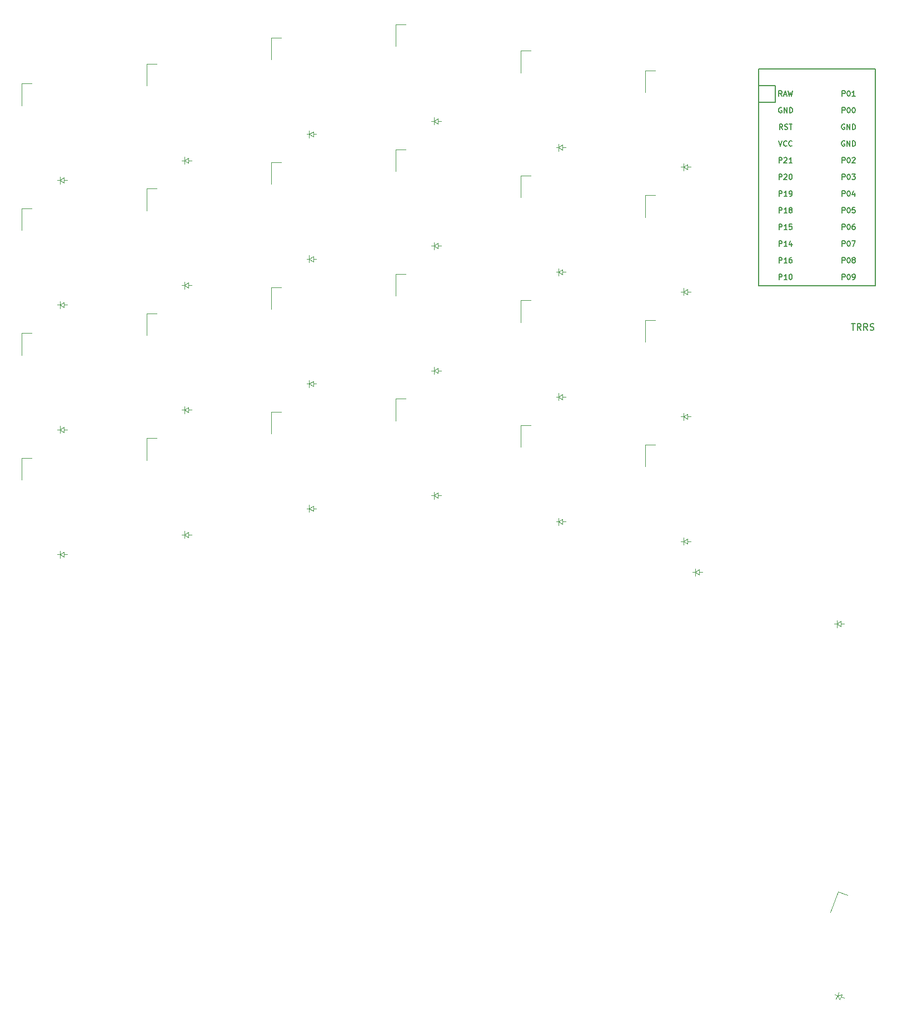
<source format=gbr>
%TF.GenerationSoftware,KiCad,Pcbnew,(6.0.8)*%
%TF.CreationDate,2022-12-10T14:26:34-07:00*%
%TF.ProjectId,scaarix_flow,73636161-7269-4785-9f66-6c6f772e6b69,v1.0.0*%
%TF.SameCoordinates,Original*%
%TF.FileFunction,Legend,Top*%
%TF.FilePolarity,Positive*%
%FSLAX46Y46*%
G04 Gerber Fmt 4.6, Leading zero omitted, Abs format (unit mm)*
G04 Created by KiCad (PCBNEW (6.0.8)) date 2022-12-10 14:26:34*
%MOMM*%
%LPD*%
G01*
G04 APERTURE LIST*
G04 Aperture macros list*
%AMRoundRect*
0 Rectangle with rounded corners*
0 $1 Rounding radius*
0 $2 $3 $4 $5 $6 $7 $8 $9 X,Y pos of 4 corners*
0 Add a 4 corners polygon primitive as box body*
4,1,4,$2,$3,$4,$5,$6,$7,$8,$9,$2,$3,0*
0 Add four circle primitives for the rounded corners*
1,1,$1+$1,$2,$3*
1,1,$1+$1,$4,$5*
1,1,$1+$1,$6,$7*
1,1,$1+$1,$8,$9*
0 Add four rect primitives between the rounded corners*
20,1,$1+$1,$2,$3,$4,$5,0*
20,1,$1+$1,$4,$5,$6,$7,0*
20,1,$1+$1,$6,$7,$8,$9,0*
20,1,$1+$1,$8,$9,$2,$3,0*%
%AMHorizOval*
0 Thick line with rounded ends*
0 $1 width*
0 $2 $3 position (X,Y) of the first rounded end (center of the circle)*
0 $4 $5 position (X,Y) of the second rounded end (center of the circle)*
0 Add line between two ends*
20,1,$1,$2,$3,$4,$5,0*
0 Add two circle primitives to create the rounded ends*
1,1,$1,$2,$3*
1,1,$1,$4,$5*%
%AMRotRect*
0 Rectangle, with rotation*
0 The origin of the aperture is its center*
0 $1 length*
0 $2 width*
0 $3 Rotation angle, in degrees counterclockwise*
0 Add horizontal line*
21,1,$1,$2,0,0,$3*%
G04 Aperture macros list end*
%ADD10C,0.150000*%
%ADD11C,0.120000*%
%ADD12C,0.100000*%
%ADD13R,1.752600X1.752600*%
%ADD14C,1.752600*%
%ADD15C,1.500000*%
%ADD16O,2.200000X1.600000*%
%ADD17C,3.987800*%
%ADD18C,1.701800*%
%ADD19C,2.350000*%
%ADD20HorizOval,2.350000X-0.713917X-1.431895X0.713917X1.431895X0*%
%ADD21HorizOval,2.350000X-0.713917X1.431895X0.713917X-1.431895X0*%
%ADD22C,1.905000*%
%ADD23R,0.900000X1.200000*%
%ADD24R,1.778000X1.778000*%
%ADD25C,3.048000*%
%ADD26RoundRect,0.254000X-0.607235X1.302220X-1.302220X-0.607235X0.607235X-1.302220X1.302220X0.607235X0*%
%ADD27HorizOval,2.350000X-1.179644X-1.080944X1.179644X1.080944X0*%
%ADD28HorizOval,2.350000X-0.153353X1.592634X0.153353X-1.592634X0*%
%ADD29C,2.200000*%
%ADD30RotRect,0.900000X1.200000X339.000000*%
%ADD31RotRect,1.778000X1.778000X339.000000*%
G04 APERTURE END LIST*
D10*
%TO.C, *%
X265616595Y-102463880D02*
X266188023Y-102463880D01*
X265902309Y-103463880D02*
X265902309Y-102463880D01*
X267092785Y-103463880D02*
X266759452Y-102987690D01*
X266521357Y-103463880D02*
X266521357Y-102463880D01*
X266902309Y-102463880D01*
X266997547Y-102511500D01*
X267045166Y-102559119D01*
X267092785Y-102654357D01*
X267092785Y-102797214D01*
X267045166Y-102892452D01*
X266997547Y-102940071D01*
X266902309Y-102987690D01*
X266521357Y-102987690D01*
X268092785Y-103463880D02*
X267759452Y-102987690D01*
X267521357Y-103463880D02*
X267521357Y-102463880D01*
X267902309Y-102463880D01*
X267997547Y-102511500D01*
X268045166Y-102559119D01*
X268092785Y-102654357D01*
X268092785Y-102797214D01*
X268045166Y-102892452D01*
X267997547Y-102940071D01*
X267902309Y-102987690D01*
X267521357Y-102987690D01*
X268473738Y-103416261D02*
X268616595Y-103463880D01*
X268854690Y-103463880D01*
X268949928Y-103416261D01*
X268997547Y-103368642D01*
X269045166Y-103273404D01*
X269045166Y-103178166D01*
X268997547Y-103082928D01*
X268949928Y-103035309D01*
X268854690Y-102987690D01*
X268664214Y-102940071D01*
X268568976Y-102892452D01*
X268521357Y-102844833D01*
X268473738Y-102749595D01*
X268473738Y-102654357D01*
X268521357Y-102559119D01*
X268568976Y-102511500D01*
X268664214Y-102463880D01*
X268902309Y-102463880D01*
X269045166Y-102511500D01*
%TO.C,MCU1*%
X264207071Y-88123404D02*
X264207071Y-87323404D01*
X264511833Y-87323404D01*
X264588023Y-87361500D01*
X264626119Y-87399595D01*
X264664214Y-87475785D01*
X264664214Y-87590071D01*
X264626119Y-87666261D01*
X264588023Y-87704357D01*
X264511833Y-87742452D01*
X264207071Y-87742452D01*
X265159452Y-87323404D02*
X265235642Y-87323404D01*
X265311833Y-87361500D01*
X265349928Y-87399595D01*
X265388023Y-87475785D01*
X265426119Y-87628166D01*
X265426119Y-87818642D01*
X265388023Y-87971023D01*
X265349928Y-88047214D01*
X265311833Y-88085309D01*
X265235642Y-88123404D01*
X265159452Y-88123404D01*
X265083261Y-88085309D01*
X265045166Y-88047214D01*
X265007071Y-87971023D01*
X264968976Y-87818642D01*
X264968976Y-87628166D01*
X265007071Y-87475785D01*
X265045166Y-87399595D01*
X265083261Y-87361500D01*
X265159452Y-87323404D01*
X266111833Y-87323404D02*
X265959452Y-87323404D01*
X265883261Y-87361500D01*
X265845166Y-87399595D01*
X265768976Y-87513880D01*
X265730880Y-87666261D01*
X265730880Y-87971023D01*
X265768976Y-88047214D01*
X265807071Y-88085309D01*
X265883261Y-88123404D01*
X266035642Y-88123404D01*
X266111833Y-88085309D01*
X266149928Y-88047214D01*
X266188023Y-87971023D01*
X266188023Y-87780547D01*
X266149928Y-87704357D01*
X266111833Y-87666261D01*
X266035642Y-87628166D01*
X265883261Y-87628166D01*
X265807071Y-87666261D01*
X265768976Y-87704357D01*
X265730880Y-87780547D01*
X255140404Y-72883404D02*
X254873738Y-72502452D01*
X254683261Y-72883404D02*
X254683261Y-72083404D01*
X254988023Y-72083404D01*
X255064214Y-72121500D01*
X255102309Y-72159595D01*
X255140404Y-72235785D01*
X255140404Y-72350071D01*
X255102309Y-72426261D01*
X255064214Y-72464357D01*
X254988023Y-72502452D01*
X254683261Y-72502452D01*
X255445166Y-72845309D02*
X255559452Y-72883404D01*
X255749928Y-72883404D01*
X255826119Y-72845309D01*
X255864214Y-72807214D01*
X255902309Y-72731023D01*
X255902309Y-72654833D01*
X255864214Y-72578642D01*
X255826119Y-72540547D01*
X255749928Y-72502452D01*
X255597547Y-72464357D01*
X255521357Y-72426261D01*
X255483261Y-72388166D01*
X255445166Y-72311976D01*
X255445166Y-72235785D01*
X255483261Y-72159595D01*
X255521357Y-72121500D01*
X255597547Y-72083404D01*
X255788023Y-72083404D01*
X255902309Y-72121500D01*
X256130880Y-72083404D02*
X256588023Y-72083404D01*
X256359452Y-72883404D02*
X256359452Y-72083404D01*
X264207071Y-67803404D02*
X264207071Y-67003404D01*
X264511833Y-67003404D01*
X264588023Y-67041500D01*
X264626119Y-67079595D01*
X264664214Y-67155785D01*
X264664214Y-67270071D01*
X264626119Y-67346261D01*
X264588023Y-67384357D01*
X264511833Y-67422452D01*
X264207071Y-67422452D01*
X265159452Y-67003404D02*
X265235642Y-67003404D01*
X265311833Y-67041500D01*
X265349928Y-67079595D01*
X265388023Y-67155785D01*
X265426119Y-67308166D01*
X265426119Y-67498642D01*
X265388023Y-67651023D01*
X265349928Y-67727214D01*
X265311833Y-67765309D01*
X265235642Y-67803404D01*
X265159452Y-67803404D01*
X265083261Y-67765309D01*
X265045166Y-67727214D01*
X265007071Y-67651023D01*
X264968976Y-67498642D01*
X264968976Y-67308166D01*
X265007071Y-67155785D01*
X265045166Y-67079595D01*
X265083261Y-67041500D01*
X265159452Y-67003404D01*
X266188023Y-67803404D02*
X265730880Y-67803404D01*
X265959452Y-67803404D02*
X265959452Y-67003404D01*
X265883261Y-67117690D01*
X265807071Y-67193880D01*
X265730880Y-67231976D01*
X254607071Y-77963404D02*
X254607071Y-77163404D01*
X254911833Y-77163404D01*
X254988023Y-77201500D01*
X255026119Y-77239595D01*
X255064214Y-77315785D01*
X255064214Y-77430071D01*
X255026119Y-77506261D01*
X254988023Y-77544357D01*
X254911833Y-77582452D01*
X254607071Y-77582452D01*
X255368976Y-77239595D02*
X255407071Y-77201500D01*
X255483261Y-77163404D01*
X255673738Y-77163404D01*
X255749928Y-77201500D01*
X255788023Y-77239595D01*
X255826119Y-77315785D01*
X255826119Y-77391976D01*
X255788023Y-77506261D01*
X255330880Y-77963404D01*
X255826119Y-77963404D01*
X256588023Y-77963404D02*
X256130880Y-77963404D01*
X256359452Y-77963404D02*
X256359452Y-77163404D01*
X256283261Y-77277690D01*
X256207071Y-77353880D01*
X256130880Y-77391976D01*
X264568976Y-72121500D02*
X264492785Y-72083404D01*
X264378500Y-72083404D01*
X264264214Y-72121500D01*
X264188023Y-72197690D01*
X264149928Y-72273880D01*
X264111833Y-72426261D01*
X264111833Y-72540547D01*
X264149928Y-72692928D01*
X264188023Y-72769119D01*
X264264214Y-72845309D01*
X264378500Y-72883404D01*
X264454690Y-72883404D01*
X264568976Y-72845309D01*
X264607071Y-72807214D01*
X264607071Y-72540547D01*
X264454690Y-72540547D01*
X264949928Y-72883404D02*
X264949928Y-72083404D01*
X265407071Y-72883404D01*
X265407071Y-72083404D01*
X265788023Y-72883404D02*
X265788023Y-72083404D01*
X265978500Y-72083404D01*
X266092785Y-72121500D01*
X266168976Y-72197690D01*
X266207071Y-72273880D01*
X266245166Y-72426261D01*
X266245166Y-72540547D01*
X266207071Y-72692928D01*
X266168976Y-72769119D01*
X266092785Y-72845309D01*
X265978500Y-72883404D01*
X265788023Y-72883404D01*
X264207071Y-83043404D02*
X264207071Y-82243404D01*
X264511833Y-82243404D01*
X264588023Y-82281500D01*
X264626119Y-82319595D01*
X264664214Y-82395785D01*
X264664214Y-82510071D01*
X264626119Y-82586261D01*
X264588023Y-82624357D01*
X264511833Y-82662452D01*
X264207071Y-82662452D01*
X265159452Y-82243404D02*
X265235642Y-82243404D01*
X265311833Y-82281500D01*
X265349928Y-82319595D01*
X265388023Y-82395785D01*
X265426119Y-82548166D01*
X265426119Y-82738642D01*
X265388023Y-82891023D01*
X265349928Y-82967214D01*
X265311833Y-83005309D01*
X265235642Y-83043404D01*
X265159452Y-83043404D01*
X265083261Y-83005309D01*
X265045166Y-82967214D01*
X265007071Y-82891023D01*
X264968976Y-82738642D01*
X264968976Y-82548166D01*
X265007071Y-82395785D01*
X265045166Y-82319595D01*
X265083261Y-82281500D01*
X265159452Y-82243404D01*
X266111833Y-82510071D02*
X266111833Y-83043404D01*
X265921357Y-82205309D02*
X265730880Y-82776738D01*
X266226119Y-82776738D01*
X254968976Y-69581500D02*
X254892785Y-69543404D01*
X254778500Y-69543404D01*
X254664214Y-69581500D01*
X254588023Y-69657690D01*
X254549928Y-69733880D01*
X254511833Y-69886261D01*
X254511833Y-70000547D01*
X254549928Y-70152928D01*
X254588023Y-70229119D01*
X254664214Y-70305309D01*
X254778500Y-70343404D01*
X254854690Y-70343404D01*
X254968976Y-70305309D01*
X255007071Y-70267214D01*
X255007071Y-70000547D01*
X254854690Y-70000547D01*
X255349928Y-70343404D02*
X255349928Y-69543404D01*
X255807071Y-70343404D01*
X255807071Y-69543404D01*
X256188023Y-70343404D02*
X256188023Y-69543404D01*
X256378500Y-69543404D01*
X256492785Y-69581500D01*
X256568976Y-69657690D01*
X256607071Y-69733880D01*
X256645166Y-69886261D01*
X256645166Y-70000547D01*
X256607071Y-70152928D01*
X256568976Y-70229119D01*
X256492785Y-70305309D01*
X256378500Y-70343404D01*
X256188023Y-70343404D01*
X264207071Y-93203404D02*
X264207071Y-92403404D01*
X264511833Y-92403404D01*
X264588023Y-92441500D01*
X264626119Y-92479595D01*
X264664214Y-92555785D01*
X264664214Y-92670071D01*
X264626119Y-92746261D01*
X264588023Y-92784357D01*
X264511833Y-92822452D01*
X264207071Y-92822452D01*
X265159452Y-92403404D02*
X265235642Y-92403404D01*
X265311833Y-92441500D01*
X265349928Y-92479595D01*
X265388023Y-92555785D01*
X265426119Y-92708166D01*
X265426119Y-92898642D01*
X265388023Y-93051023D01*
X265349928Y-93127214D01*
X265311833Y-93165309D01*
X265235642Y-93203404D01*
X265159452Y-93203404D01*
X265083261Y-93165309D01*
X265045166Y-93127214D01*
X265007071Y-93051023D01*
X264968976Y-92898642D01*
X264968976Y-92708166D01*
X265007071Y-92555785D01*
X265045166Y-92479595D01*
X265083261Y-92441500D01*
X265159452Y-92403404D01*
X265883261Y-92746261D02*
X265807071Y-92708166D01*
X265768976Y-92670071D01*
X265730880Y-92593880D01*
X265730880Y-92555785D01*
X265768976Y-92479595D01*
X265807071Y-92441500D01*
X265883261Y-92403404D01*
X266035642Y-92403404D01*
X266111833Y-92441500D01*
X266149928Y-92479595D01*
X266188023Y-92555785D01*
X266188023Y-92593880D01*
X266149928Y-92670071D01*
X266111833Y-92708166D01*
X266035642Y-92746261D01*
X265883261Y-92746261D01*
X265807071Y-92784357D01*
X265768976Y-92822452D01*
X265730880Y-92898642D01*
X265730880Y-93051023D01*
X265768976Y-93127214D01*
X265807071Y-93165309D01*
X265883261Y-93203404D01*
X266035642Y-93203404D01*
X266111833Y-93165309D01*
X266149928Y-93127214D01*
X266188023Y-93051023D01*
X266188023Y-92898642D01*
X266149928Y-92822452D01*
X266111833Y-92784357D01*
X266035642Y-92746261D01*
X254607071Y-80503404D02*
X254607071Y-79703404D01*
X254911833Y-79703404D01*
X254988023Y-79741500D01*
X255026119Y-79779595D01*
X255064214Y-79855785D01*
X255064214Y-79970071D01*
X255026119Y-80046261D01*
X254988023Y-80084357D01*
X254911833Y-80122452D01*
X254607071Y-80122452D01*
X255368976Y-79779595D02*
X255407071Y-79741500D01*
X255483261Y-79703404D01*
X255673738Y-79703404D01*
X255749928Y-79741500D01*
X255788023Y-79779595D01*
X255826119Y-79855785D01*
X255826119Y-79931976D01*
X255788023Y-80046261D01*
X255330880Y-80503404D01*
X255826119Y-80503404D01*
X256321357Y-79703404D02*
X256397547Y-79703404D01*
X256473738Y-79741500D01*
X256511833Y-79779595D01*
X256549928Y-79855785D01*
X256588023Y-80008166D01*
X256588023Y-80198642D01*
X256549928Y-80351023D01*
X256511833Y-80427214D01*
X256473738Y-80465309D01*
X256397547Y-80503404D01*
X256321357Y-80503404D01*
X256245166Y-80465309D01*
X256207071Y-80427214D01*
X256168976Y-80351023D01*
X256130880Y-80198642D01*
X256130880Y-80008166D01*
X256168976Y-79855785D01*
X256207071Y-79779595D01*
X256245166Y-79741500D01*
X256321357Y-79703404D01*
X254511833Y-74623404D02*
X254778500Y-75423404D01*
X255045166Y-74623404D01*
X255768976Y-75347214D02*
X255730880Y-75385309D01*
X255616595Y-75423404D01*
X255540404Y-75423404D01*
X255426119Y-75385309D01*
X255349928Y-75309119D01*
X255311833Y-75232928D01*
X255273738Y-75080547D01*
X255273738Y-74966261D01*
X255311833Y-74813880D01*
X255349928Y-74737690D01*
X255426119Y-74661500D01*
X255540404Y-74623404D01*
X255616595Y-74623404D01*
X255730880Y-74661500D01*
X255768976Y-74699595D01*
X256568976Y-75347214D02*
X256530880Y-75385309D01*
X256416595Y-75423404D01*
X256340404Y-75423404D01*
X256226119Y-75385309D01*
X256149928Y-75309119D01*
X256111833Y-75232928D01*
X256073738Y-75080547D01*
X256073738Y-74966261D01*
X256111833Y-74813880D01*
X256149928Y-74737690D01*
X256226119Y-74661500D01*
X256340404Y-74623404D01*
X256416595Y-74623404D01*
X256530880Y-74661500D01*
X256568976Y-74699595D01*
X264207071Y-70343404D02*
X264207071Y-69543404D01*
X264511833Y-69543404D01*
X264588023Y-69581500D01*
X264626119Y-69619595D01*
X264664214Y-69695785D01*
X264664214Y-69810071D01*
X264626119Y-69886261D01*
X264588023Y-69924357D01*
X264511833Y-69962452D01*
X264207071Y-69962452D01*
X265159452Y-69543404D02*
X265235642Y-69543404D01*
X265311833Y-69581500D01*
X265349928Y-69619595D01*
X265388023Y-69695785D01*
X265426119Y-69848166D01*
X265426119Y-70038642D01*
X265388023Y-70191023D01*
X265349928Y-70267214D01*
X265311833Y-70305309D01*
X265235642Y-70343404D01*
X265159452Y-70343404D01*
X265083261Y-70305309D01*
X265045166Y-70267214D01*
X265007071Y-70191023D01*
X264968976Y-70038642D01*
X264968976Y-69848166D01*
X265007071Y-69695785D01*
X265045166Y-69619595D01*
X265083261Y-69581500D01*
X265159452Y-69543404D01*
X265921357Y-69543404D02*
X265997547Y-69543404D01*
X266073738Y-69581500D01*
X266111833Y-69619595D01*
X266149928Y-69695785D01*
X266188023Y-69848166D01*
X266188023Y-70038642D01*
X266149928Y-70191023D01*
X266111833Y-70267214D01*
X266073738Y-70305309D01*
X265997547Y-70343404D01*
X265921357Y-70343404D01*
X265845166Y-70305309D01*
X265807071Y-70267214D01*
X265768976Y-70191023D01*
X265730880Y-70038642D01*
X265730880Y-69848166D01*
X265768976Y-69695785D01*
X265807071Y-69619595D01*
X265845166Y-69581500D01*
X265921357Y-69543404D01*
X254607071Y-83043404D02*
X254607071Y-82243404D01*
X254911833Y-82243404D01*
X254988023Y-82281500D01*
X255026119Y-82319595D01*
X255064214Y-82395785D01*
X255064214Y-82510071D01*
X255026119Y-82586261D01*
X254988023Y-82624357D01*
X254911833Y-82662452D01*
X254607071Y-82662452D01*
X255826119Y-83043404D02*
X255368976Y-83043404D01*
X255597547Y-83043404D02*
X255597547Y-82243404D01*
X255521357Y-82357690D01*
X255445166Y-82433880D01*
X255368976Y-82471976D01*
X256207071Y-83043404D02*
X256359452Y-83043404D01*
X256435642Y-83005309D01*
X256473738Y-82967214D01*
X256549928Y-82852928D01*
X256588023Y-82700547D01*
X256588023Y-82395785D01*
X256549928Y-82319595D01*
X256511833Y-82281500D01*
X256435642Y-82243404D01*
X256283261Y-82243404D01*
X256207071Y-82281500D01*
X256168976Y-82319595D01*
X256130880Y-82395785D01*
X256130880Y-82586261D01*
X256168976Y-82662452D01*
X256207071Y-82700547D01*
X256283261Y-82738642D01*
X256435642Y-82738642D01*
X256511833Y-82700547D01*
X256549928Y-82662452D01*
X256588023Y-82586261D01*
X264207071Y-80503404D02*
X264207071Y-79703404D01*
X264511833Y-79703404D01*
X264588023Y-79741500D01*
X264626119Y-79779595D01*
X264664214Y-79855785D01*
X264664214Y-79970071D01*
X264626119Y-80046261D01*
X264588023Y-80084357D01*
X264511833Y-80122452D01*
X264207071Y-80122452D01*
X265159452Y-79703404D02*
X265235642Y-79703404D01*
X265311833Y-79741500D01*
X265349928Y-79779595D01*
X265388023Y-79855785D01*
X265426119Y-80008166D01*
X265426119Y-80198642D01*
X265388023Y-80351023D01*
X265349928Y-80427214D01*
X265311833Y-80465309D01*
X265235642Y-80503404D01*
X265159452Y-80503404D01*
X265083261Y-80465309D01*
X265045166Y-80427214D01*
X265007071Y-80351023D01*
X264968976Y-80198642D01*
X264968976Y-80008166D01*
X265007071Y-79855785D01*
X265045166Y-79779595D01*
X265083261Y-79741500D01*
X265159452Y-79703404D01*
X265692785Y-79703404D02*
X266188023Y-79703404D01*
X265921357Y-80008166D01*
X266035642Y-80008166D01*
X266111833Y-80046261D01*
X266149928Y-80084357D01*
X266188023Y-80160547D01*
X266188023Y-80351023D01*
X266149928Y-80427214D01*
X266111833Y-80465309D01*
X266035642Y-80503404D01*
X265807071Y-80503404D01*
X265730880Y-80465309D01*
X265692785Y-80427214D01*
X254607071Y-95743404D02*
X254607071Y-94943404D01*
X254911833Y-94943404D01*
X254988023Y-94981500D01*
X255026119Y-95019595D01*
X255064214Y-95095785D01*
X255064214Y-95210071D01*
X255026119Y-95286261D01*
X254988023Y-95324357D01*
X254911833Y-95362452D01*
X254607071Y-95362452D01*
X255826119Y-95743404D02*
X255368976Y-95743404D01*
X255597547Y-95743404D02*
X255597547Y-94943404D01*
X255521357Y-95057690D01*
X255445166Y-95133880D01*
X255368976Y-95171976D01*
X256321357Y-94943404D02*
X256397547Y-94943404D01*
X256473738Y-94981500D01*
X256511833Y-95019595D01*
X256549928Y-95095785D01*
X256588023Y-95248166D01*
X256588023Y-95438642D01*
X256549928Y-95591023D01*
X256511833Y-95667214D01*
X256473738Y-95705309D01*
X256397547Y-95743404D01*
X256321357Y-95743404D01*
X256245166Y-95705309D01*
X256207071Y-95667214D01*
X256168976Y-95591023D01*
X256130880Y-95438642D01*
X256130880Y-95248166D01*
X256168976Y-95095785D01*
X256207071Y-95019595D01*
X256245166Y-94981500D01*
X256321357Y-94943404D01*
X264207071Y-95743404D02*
X264207071Y-94943404D01*
X264511833Y-94943404D01*
X264588023Y-94981500D01*
X264626119Y-95019595D01*
X264664214Y-95095785D01*
X264664214Y-95210071D01*
X264626119Y-95286261D01*
X264588023Y-95324357D01*
X264511833Y-95362452D01*
X264207071Y-95362452D01*
X265159452Y-94943404D02*
X265235642Y-94943404D01*
X265311833Y-94981500D01*
X265349928Y-95019595D01*
X265388023Y-95095785D01*
X265426119Y-95248166D01*
X265426119Y-95438642D01*
X265388023Y-95591023D01*
X265349928Y-95667214D01*
X265311833Y-95705309D01*
X265235642Y-95743404D01*
X265159452Y-95743404D01*
X265083261Y-95705309D01*
X265045166Y-95667214D01*
X265007071Y-95591023D01*
X264968976Y-95438642D01*
X264968976Y-95248166D01*
X265007071Y-95095785D01*
X265045166Y-95019595D01*
X265083261Y-94981500D01*
X265159452Y-94943404D01*
X265807071Y-95743404D02*
X265959452Y-95743404D01*
X266035642Y-95705309D01*
X266073738Y-95667214D01*
X266149928Y-95552928D01*
X266188023Y-95400547D01*
X266188023Y-95095785D01*
X266149928Y-95019595D01*
X266111833Y-94981500D01*
X266035642Y-94943404D01*
X265883261Y-94943404D01*
X265807071Y-94981500D01*
X265768976Y-95019595D01*
X265730880Y-95095785D01*
X265730880Y-95286261D01*
X265768976Y-95362452D01*
X265807071Y-95400547D01*
X265883261Y-95438642D01*
X266035642Y-95438642D01*
X266111833Y-95400547D01*
X266149928Y-95362452D01*
X266188023Y-95286261D01*
X254607071Y-85583404D02*
X254607071Y-84783404D01*
X254911833Y-84783404D01*
X254988023Y-84821500D01*
X255026119Y-84859595D01*
X255064214Y-84935785D01*
X255064214Y-85050071D01*
X255026119Y-85126261D01*
X254988023Y-85164357D01*
X254911833Y-85202452D01*
X254607071Y-85202452D01*
X255826119Y-85583404D02*
X255368976Y-85583404D01*
X255597547Y-85583404D02*
X255597547Y-84783404D01*
X255521357Y-84897690D01*
X255445166Y-84973880D01*
X255368976Y-85011976D01*
X256283261Y-85126261D02*
X256207071Y-85088166D01*
X256168976Y-85050071D01*
X256130880Y-84973880D01*
X256130880Y-84935785D01*
X256168976Y-84859595D01*
X256207071Y-84821500D01*
X256283261Y-84783404D01*
X256435642Y-84783404D01*
X256511833Y-84821500D01*
X256549928Y-84859595D01*
X256588023Y-84935785D01*
X256588023Y-84973880D01*
X256549928Y-85050071D01*
X256511833Y-85088166D01*
X256435642Y-85126261D01*
X256283261Y-85126261D01*
X256207071Y-85164357D01*
X256168976Y-85202452D01*
X256130880Y-85278642D01*
X256130880Y-85431023D01*
X256168976Y-85507214D01*
X256207071Y-85545309D01*
X256283261Y-85583404D01*
X256435642Y-85583404D01*
X256511833Y-85545309D01*
X256549928Y-85507214D01*
X256588023Y-85431023D01*
X256588023Y-85278642D01*
X256549928Y-85202452D01*
X256511833Y-85164357D01*
X256435642Y-85126261D01*
X264207071Y-90663404D02*
X264207071Y-89863404D01*
X264511833Y-89863404D01*
X264588023Y-89901500D01*
X264626119Y-89939595D01*
X264664214Y-90015785D01*
X264664214Y-90130071D01*
X264626119Y-90206261D01*
X264588023Y-90244357D01*
X264511833Y-90282452D01*
X264207071Y-90282452D01*
X265159452Y-89863404D02*
X265235642Y-89863404D01*
X265311833Y-89901500D01*
X265349928Y-89939595D01*
X265388023Y-90015785D01*
X265426119Y-90168166D01*
X265426119Y-90358642D01*
X265388023Y-90511023D01*
X265349928Y-90587214D01*
X265311833Y-90625309D01*
X265235642Y-90663404D01*
X265159452Y-90663404D01*
X265083261Y-90625309D01*
X265045166Y-90587214D01*
X265007071Y-90511023D01*
X264968976Y-90358642D01*
X264968976Y-90168166D01*
X265007071Y-90015785D01*
X265045166Y-89939595D01*
X265083261Y-89901500D01*
X265159452Y-89863404D01*
X265692785Y-89863404D02*
X266226119Y-89863404D01*
X265883261Y-90663404D01*
X254607071Y-90663404D02*
X254607071Y-89863404D01*
X254911833Y-89863404D01*
X254988023Y-89901500D01*
X255026119Y-89939595D01*
X255064214Y-90015785D01*
X255064214Y-90130071D01*
X255026119Y-90206261D01*
X254988023Y-90244357D01*
X254911833Y-90282452D01*
X254607071Y-90282452D01*
X255826119Y-90663404D02*
X255368976Y-90663404D01*
X255597547Y-90663404D02*
X255597547Y-89863404D01*
X255521357Y-89977690D01*
X255445166Y-90053880D01*
X255368976Y-90091976D01*
X256511833Y-90130071D02*
X256511833Y-90663404D01*
X256321357Y-89825309D02*
X256130880Y-90396738D01*
X256626119Y-90396738D01*
X255026119Y-67803404D02*
X254759452Y-67422452D01*
X254568976Y-67803404D02*
X254568976Y-67003404D01*
X254873738Y-67003404D01*
X254949928Y-67041500D01*
X254988023Y-67079595D01*
X255026119Y-67155785D01*
X255026119Y-67270071D01*
X254988023Y-67346261D01*
X254949928Y-67384357D01*
X254873738Y-67422452D01*
X254568976Y-67422452D01*
X255330880Y-67574833D02*
X255711833Y-67574833D01*
X255254690Y-67803404D02*
X255521357Y-67003404D01*
X255788023Y-67803404D01*
X255978500Y-67003404D02*
X256168976Y-67803404D01*
X256321357Y-67231976D01*
X256473738Y-67803404D01*
X256664214Y-67003404D01*
X264207071Y-77963404D02*
X264207071Y-77163404D01*
X264511833Y-77163404D01*
X264588023Y-77201500D01*
X264626119Y-77239595D01*
X264664214Y-77315785D01*
X264664214Y-77430071D01*
X264626119Y-77506261D01*
X264588023Y-77544357D01*
X264511833Y-77582452D01*
X264207071Y-77582452D01*
X265159452Y-77163404D02*
X265235642Y-77163404D01*
X265311833Y-77201500D01*
X265349928Y-77239595D01*
X265388023Y-77315785D01*
X265426119Y-77468166D01*
X265426119Y-77658642D01*
X265388023Y-77811023D01*
X265349928Y-77887214D01*
X265311833Y-77925309D01*
X265235642Y-77963404D01*
X265159452Y-77963404D01*
X265083261Y-77925309D01*
X265045166Y-77887214D01*
X265007071Y-77811023D01*
X264968976Y-77658642D01*
X264968976Y-77468166D01*
X265007071Y-77315785D01*
X265045166Y-77239595D01*
X265083261Y-77201500D01*
X265159452Y-77163404D01*
X265730880Y-77239595D02*
X265768976Y-77201500D01*
X265845166Y-77163404D01*
X266035642Y-77163404D01*
X266111833Y-77201500D01*
X266149928Y-77239595D01*
X266188023Y-77315785D01*
X266188023Y-77391976D01*
X266149928Y-77506261D01*
X265692785Y-77963404D01*
X266188023Y-77963404D01*
X254607071Y-88123404D02*
X254607071Y-87323404D01*
X254911833Y-87323404D01*
X254988023Y-87361500D01*
X255026119Y-87399595D01*
X255064214Y-87475785D01*
X255064214Y-87590071D01*
X255026119Y-87666261D01*
X254988023Y-87704357D01*
X254911833Y-87742452D01*
X254607071Y-87742452D01*
X255826119Y-88123404D02*
X255368976Y-88123404D01*
X255597547Y-88123404D02*
X255597547Y-87323404D01*
X255521357Y-87437690D01*
X255445166Y-87513880D01*
X255368976Y-87551976D01*
X256549928Y-87323404D02*
X256168976Y-87323404D01*
X256130880Y-87704357D01*
X256168976Y-87666261D01*
X256245166Y-87628166D01*
X256435642Y-87628166D01*
X256511833Y-87666261D01*
X256549928Y-87704357D01*
X256588023Y-87780547D01*
X256588023Y-87971023D01*
X256549928Y-88047214D01*
X256511833Y-88085309D01*
X256435642Y-88123404D01*
X256245166Y-88123404D01*
X256168976Y-88085309D01*
X256130880Y-88047214D01*
X264568976Y-74661500D02*
X264492785Y-74623404D01*
X264378500Y-74623404D01*
X264264214Y-74661500D01*
X264188023Y-74737690D01*
X264149928Y-74813880D01*
X264111833Y-74966261D01*
X264111833Y-75080547D01*
X264149928Y-75232928D01*
X264188023Y-75309119D01*
X264264214Y-75385309D01*
X264378500Y-75423404D01*
X264454690Y-75423404D01*
X264568976Y-75385309D01*
X264607071Y-75347214D01*
X264607071Y-75080547D01*
X264454690Y-75080547D01*
X264949928Y-75423404D02*
X264949928Y-74623404D01*
X265407071Y-75423404D01*
X265407071Y-74623404D01*
X265788023Y-75423404D02*
X265788023Y-74623404D01*
X265978500Y-74623404D01*
X266092785Y-74661500D01*
X266168976Y-74737690D01*
X266207071Y-74813880D01*
X266245166Y-74966261D01*
X266245166Y-75080547D01*
X266207071Y-75232928D01*
X266168976Y-75309119D01*
X266092785Y-75385309D01*
X265978500Y-75423404D01*
X265788023Y-75423404D01*
X254607071Y-93203404D02*
X254607071Y-92403404D01*
X254911833Y-92403404D01*
X254988023Y-92441500D01*
X255026119Y-92479595D01*
X255064214Y-92555785D01*
X255064214Y-92670071D01*
X255026119Y-92746261D01*
X254988023Y-92784357D01*
X254911833Y-92822452D01*
X254607071Y-92822452D01*
X255826119Y-93203404D02*
X255368976Y-93203404D01*
X255597547Y-93203404D02*
X255597547Y-92403404D01*
X255521357Y-92517690D01*
X255445166Y-92593880D01*
X255368976Y-92631976D01*
X256511833Y-92403404D02*
X256359452Y-92403404D01*
X256283261Y-92441500D01*
X256245166Y-92479595D01*
X256168976Y-92593880D01*
X256130880Y-92746261D01*
X256130880Y-93051023D01*
X256168976Y-93127214D01*
X256207071Y-93165309D01*
X256283261Y-93203404D01*
X256435642Y-93203404D01*
X256511833Y-93165309D01*
X256549928Y-93127214D01*
X256588023Y-93051023D01*
X256588023Y-92860547D01*
X256549928Y-92784357D01*
X256511833Y-92746261D01*
X256435642Y-92708166D01*
X256283261Y-92708166D01*
X256207071Y-92746261D01*
X256168976Y-92784357D01*
X256130880Y-92860547D01*
X264207071Y-85583404D02*
X264207071Y-84783404D01*
X264511833Y-84783404D01*
X264588023Y-84821500D01*
X264626119Y-84859595D01*
X264664214Y-84935785D01*
X264664214Y-85050071D01*
X264626119Y-85126261D01*
X264588023Y-85164357D01*
X264511833Y-85202452D01*
X264207071Y-85202452D01*
X265159452Y-84783404D02*
X265235642Y-84783404D01*
X265311833Y-84821500D01*
X265349928Y-84859595D01*
X265388023Y-84935785D01*
X265426119Y-85088166D01*
X265426119Y-85278642D01*
X265388023Y-85431023D01*
X265349928Y-85507214D01*
X265311833Y-85545309D01*
X265235642Y-85583404D01*
X265159452Y-85583404D01*
X265083261Y-85545309D01*
X265045166Y-85507214D01*
X265007071Y-85431023D01*
X264968976Y-85278642D01*
X264968976Y-85088166D01*
X265007071Y-84935785D01*
X265045166Y-84859595D01*
X265083261Y-84821500D01*
X265159452Y-84783404D01*
X266149928Y-84783404D02*
X265768976Y-84783404D01*
X265730880Y-85164357D01*
X265768976Y-85126261D01*
X265845166Y-85088166D01*
X266035642Y-85088166D01*
X266111833Y-85126261D01*
X266149928Y-85164357D01*
X266188023Y-85240547D01*
X266188023Y-85431023D01*
X266149928Y-85507214D01*
X266111833Y-85545309D01*
X266035642Y-85583404D01*
X265845166Y-85583404D01*
X265768976Y-85545309D01*
X265730880Y-85507214D01*
%TO.C, *%
%TO.C,MCU1*%
X254028500Y-66171500D02*
X251488500Y-66171500D01*
X251488500Y-96651500D02*
X269268500Y-96651500D01*
X254028500Y-66171500D02*
X254028500Y-68711500D01*
X254028500Y-68711500D02*
X251488500Y-68711500D01*
X251488500Y-63631500D02*
X251488500Y-96651500D01*
X269268500Y-96651500D02*
X269268500Y-63631500D01*
X269268500Y-63631500D02*
X251488500Y-63631500D01*
D11*
%TO.C,S18*%
X215228500Y-98913500D02*
X216753500Y-98913500D01*
X215228500Y-98913500D02*
X215228500Y-102238500D01*
%TO.C,S7*%
X158228500Y-81913500D02*
X159753500Y-81913500D01*
X158228500Y-81913500D02*
X158228500Y-85238500D01*
%TO.C,S4*%
X139228500Y-65913500D02*
X140753500Y-65913500D01*
X139228500Y-65913500D02*
X139228500Y-69238500D01*
%TO.C,S22*%
X234228500Y-101913500D02*
X235753500Y-101913500D01*
X234228500Y-101913500D02*
X234228500Y-105238500D01*
%TO.C,S13*%
X196228500Y-113913500D02*
X196228500Y-117238500D01*
X196228500Y-113913500D02*
X197753500Y-113913500D01*
D12*
%TO.C,D19*%
X220628500Y-94611500D02*
X221028500Y-94611500D01*
X221028500Y-94611500D02*
X221628500Y-94211500D01*
X221628500Y-94611500D02*
X222128500Y-94611500D01*
X221628500Y-94211500D02*
X221628500Y-95011500D01*
X221028500Y-94611500D02*
X221028500Y-94061500D01*
X221628500Y-95011500D02*
X221028500Y-94611500D01*
X221028500Y-94611500D02*
X221028500Y-95161500D01*
%TO.C,D4*%
X145028500Y-80611500D02*
X145028500Y-80061500D01*
X144628500Y-80611500D02*
X145028500Y-80611500D01*
X145628500Y-80611500D02*
X146128500Y-80611500D01*
X145628500Y-80211500D02*
X145628500Y-81011500D01*
X145628500Y-81011500D02*
X145028500Y-80611500D01*
X145028500Y-80611500D02*
X145028500Y-81161500D01*
X145028500Y-80611500D02*
X145628500Y-80211500D01*
D11*
%TO.C,S11*%
X177228500Y-77913500D02*
X177228500Y-81238500D01*
X177228500Y-77913500D02*
X178753500Y-77913500D01*
%TO.C,S8*%
X158228500Y-62913500D02*
X158228500Y-66238500D01*
X158228500Y-62913500D02*
X159753500Y-62913500D01*
D12*
%TO.C,D21*%
X240628500Y-136011500D02*
X240028500Y-135611500D01*
X240628500Y-135211500D02*
X240628500Y-136011500D01*
X240028500Y-135611500D02*
X240028500Y-136161500D01*
X240028500Y-135611500D02*
X240028500Y-135061500D01*
X239628500Y-135611500D02*
X240028500Y-135611500D01*
X240628500Y-135611500D02*
X241128500Y-135611500D01*
X240028500Y-135611500D02*
X240628500Y-135211500D01*
%TO.C,D16*%
X202028500Y-71611500D02*
X202028500Y-71061500D01*
X202628500Y-72011500D02*
X202028500Y-71611500D01*
X202028500Y-71611500D02*
X202028500Y-72161500D01*
X202628500Y-71611500D02*
X203128500Y-71611500D01*
X202028500Y-71611500D02*
X202628500Y-71211500D01*
X201628500Y-71611500D02*
X202028500Y-71611500D01*
X202628500Y-71211500D02*
X202628500Y-72011500D01*
D11*
%TO.C,S17*%
X215228500Y-117913500D02*
X216753500Y-117913500D01*
X215228500Y-117913500D02*
X215228500Y-121238500D01*
D12*
%TO.C,D5*%
X164028500Y-134611500D02*
X164028500Y-135161500D01*
X164628500Y-134611500D02*
X165128500Y-134611500D01*
X164628500Y-134211500D02*
X164628500Y-135011500D01*
X164028500Y-134611500D02*
X164028500Y-134061500D01*
X164028500Y-134611500D02*
X164628500Y-134211500D01*
X163628500Y-134611500D02*
X164028500Y-134611500D01*
X164628500Y-135011500D02*
X164028500Y-134611500D01*
%TO.C,D7*%
X164628500Y-96211500D02*
X164628500Y-97011500D01*
X163628500Y-96611500D02*
X164028500Y-96611500D01*
X164028500Y-96611500D02*
X164028500Y-97161500D01*
X164028500Y-96611500D02*
X164628500Y-96211500D01*
X164628500Y-97011500D02*
X164028500Y-96611500D01*
X164028500Y-96611500D02*
X164028500Y-96061500D01*
X164628500Y-96611500D02*
X165128500Y-96611500D01*
D11*
%TO.C,S12*%
X177228500Y-58913500D02*
X177228500Y-62238500D01*
X177228500Y-58913500D02*
X178753500Y-58913500D01*
D12*
%TO.C,D2*%
X145628500Y-118211500D02*
X145628500Y-119011500D01*
X145028500Y-118611500D02*
X145628500Y-118211500D01*
X145028500Y-118611500D02*
X145028500Y-119161500D01*
X145028500Y-118611500D02*
X145028500Y-118061500D01*
X145628500Y-119011500D02*
X145028500Y-118611500D01*
X145628500Y-118611500D02*
X146128500Y-118611500D01*
X144628500Y-118611500D02*
X145028500Y-118611500D01*
D11*
%TO.C,S10*%
X177228500Y-96913500D02*
X177228500Y-100238500D01*
X177228500Y-96913500D02*
X178753500Y-96913500D01*
%TO.C,S6*%
X158228500Y-100913500D02*
X158228500Y-104238500D01*
X158228500Y-100913500D02*
X159753500Y-100913500D01*
D12*
%TO.C,D14*%
X202628500Y-109211500D02*
X202628500Y-110011500D01*
X201628500Y-109611500D02*
X202028500Y-109611500D01*
X202628500Y-109611500D02*
X203128500Y-109611500D01*
X202028500Y-109611500D02*
X202028500Y-109061500D01*
X202028500Y-109611500D02*
X202028500Y-110161500D01*
X202028500Y-109611500D02*
X202628500Y-109211500D01*
X202628500Y-110011500D02*
X202028500Y-109611500D01*
%TO.C,D20*%
X221028500Y-75611500D02*
X221028500Y-75061500D01*
X221028500Y-75611500D02*
X221628500Y-75211500D01*
X221628500Y-76011500D02*
X221028500Y-75611500D01*
X220628500Y-75611500D02*
X221028500Y-75611500D01*
X221628500Y-75611500D02*
X222128500Y-75611500D01*
X221028500Y-75611500D02*
X221028500Y-76161500D01*
X221628500Y-75211500D02*
X221628500Y-76011500D01*
D11*
%TO.C,S2*%
X139228500Y-103913500D02*
X139228500Y-107238500D01*
X139228500Y-103913500D02*
X140753500Y-103913500D01*
D12*
%TO.C,D13*%
X202028500Y-128611500D02*
X202028500Y-128061500D01*
X202628500Y-128611500D02*
X203128500Y-128611500D01*
X202628500Y-128211500D02*
X202628500Y-129011500D01*
X202028500Y-128611500D02*
X202628500Y-128211500D01*
X202028500Y-128611500D02*
X202028500Y-129161500D01*
X201628500Y-128611500D02*
X202028500Y-128611500D01*
X202628500Y-129011500D02*
X202028500Y-128611500D01*
D11*
%TO.C,S20*%
X215228500Y-60913500D02*
X215228500Y-64238500D01*
X215228500Y-60913500D02*
X216753500Y-60913500D01*
D12*
%TO.C,D17*%
X220628500Y-132611500D02*
X221028500Y-132611500D01*
X221028500Y-132611500D02*
X221628500Y-132211500D01*
X221028500Y-132611500D02*
X221028500Y-133161500D01*
X221028500Y-132611500D02*
X221028500Y-132061500D01*
X221628500Y-132611500D02*
X222128500Y-132611500D01*
X221628500Y-133011500D02*
X221028500Y-132611500D01*
X221628500Y-132211500D02*
X221628500Y-133011500D01*
D11*
%TO.C,S19*%
X215228500Y-79913500D02*
X216753500Y-79913500D01*
X215228500Y-79913500D02*
X215228500Y-83238500D01*
%TO.C,S15*%
X196228500Y-75913500D02*
X197753500Y-75913500D01*
X196228500Y-75913500D02*
X196228500Y-79238500D01*
%TO.C,S27*%
X263565655Y-188974905D02*
X264989365Y-189521417D01*
X263565655Y-188974905D02*
X262374082Y-192079060D01*
D12*
%TO.C,D6*%
X164028500Y-115611500D02*
X164028500Y-115061500D01*
X163628500Y-115611500D02*
X164028500Y-115611500D01*
X164028500Y-115611500D02*
X164028500Y-116161500D01*
X164628500Y-116011500D02*
X164028500Y-115611500D01*
X164628500Y-115211500D02*
X164628500Y-116011500D01*
X164028500Y-115611500D02*
X164628500Y-115211500D01*
X164628500Y-115611500D02*
X165128500Y-115611500D01*
%TO.C,D18*%
X220628500Y-113611500D02*
X221028500Y-113611500D01*
X221628500Y-113211500D02*
X221628500Y-114011500D01*
X221628500Y-114011500D02*
X221028500Y-113611500D01*
X221628500Y-113611500D02*
X222128500Y-113611500D01*
X221028500Y-113611500D02*
X221028500Y-113061500D01*
X221028500Y-113611500D02*
X221028500Y-114161500D01*
X221028500Y-113611500D02*
X221628500Y-113211500D01*
%TO.C,D11*%
X182628500Y-92611500D02*
X183028500Y-92611500D01*
X183628500Y-93011500D02*
X183028500Y-92611500D01*
X183028500Y-92611500D02*
X183628500Y-92211500D01*
X183628500Y-92211500D02*
X183628500Y-93011500D01*
X183028500Y-92611500D02*
X183028500Y-92061500D01*
X183628500Y-92611500D02*
X184128500Y-92611500D01*
X183028500Y-92611500D02*
X183028500Y-93161500D01*
D11*
%TO.C,S21*%
X234228500Y-120913500D02*
X235753500Y-120913500D01*
X234228500Y-120913500D02*
X234228500Y-124238500D01*
%TO.C,S9*%
X177228500Y-115913500D02*
X178753500Y-115913500D01*
X177228500Y-115913500D02*
X177228500Y-119238500D01*
D12*
%TO.C,D22*%
X240028500Y-116611500D02*
X240028500Y-117161500D01*
X240028500Y-116611500D02*
X240628500Y-116211500D01*
X240628500Y-116211500D02*
X240628500Y-117011500D01*
X239628500Y-116611500D02*
X240028500Y-116611500D01*
X240628500Y-117011500D02*
X240028500Y-116611500D01*
X240028500Y-116611500D02*
X240028500Y-116061500D01*
X240628500Y-116611500D02*
X241128500Y-116611500D01*
%TO.C,D12*%
X183628500Y-73611500D02*
X184128500Y-73611500D01*
X183028500Y-73611500D02*
X183028500Y-73061500D01*
X183628500Y-74011500D02*
X183028500Y-73611500D01*
X182628500Y-73611500D02*
X183028500Y-73611500D01*
X183628500Y-73211500D02*
X183628500Y-74011500D01*
X183028500Y-73611500D02*
X183028500Y-74161500D01*
X183028500Y-73611500D02*
X183628500Y-73211500D01*
%TO.C,D25*%
X241415570Y-140311500D02*
X241815570Y-140311500D01*
X242415570Y-140311500D02*
X242915570Y-140311500D01*
X242415570Y-139911500D02*
X242415570Y-140711500D01*
X241815570Y-140311500D02*
X241815570Y-139761500D01*
X242415570Y-140711500D02*
X241815570Y-140311500D01*
X241815570Y-140311500D02*
X242415570Y-139911500D01*
X241815570Y-140311500D02*
X241815570Y-140861500D01*
%TO.C,D26*%
X264028500Y-147777964D02*
X264028500Y-148577964D01*
X263428500Y-148177964D02*
X263428500Y-147627964D01*
X264028500Y-148177964D02*
X264528500Y-148177964D01*
X263428500Y-148177964D02*
X263428500Y-148727964D01*
X263428500Y-148177964D02*
X264028500Y-147777964D01*
X263028500Y-148177964D02*
X263428500Y-148177964D01*
X264028500Y-148577964D02*
X263428500Y-148177964D01*
D11*
%TO.C,S23*%
X234228500Y-82913500D02*
X234228500Y-86238500D01*
X234228500Y-82913500D02*
X235753500Y-82913500D01*
D12*
%TO.C,D15*%
X202028500Y-90611500D02*
X202628500Y-90211500D01*
X201628500Y-90611500D02*
X202028500Y-90611500D01*
X202628500Y-90211500D02*
X202628500Y-91011500D01*
X202628500Y-91011500D02*
X202028500Y-90611500D01*
X202628500Y-90611500D02*
X203128500Y-90611500D01*
X202028500Y-90611500D02*
X202028500Y-91161500D01*
X202028500Y-90611500D02*
X202028500Y-90061500D01*
%TO.C,D23*%
X240628500Y-98011500D02*
X240028500Y-97611500D01*
X240628500Y-97211500D02*
X240628500Y-98011500D01*
X240028500Y-97611500D02*
X240628500Y-97211500D01*
X239628500Y-97611500D02*
X240028500Y-97611500D01*
X240028500Y-97611500D02*
X240028500Y-98161500D01*
X240628500Y-97611500D02*
X241128500Y-97611500D01*
X240028500Y-97611500D02*
X240028500Y-97061500D01*
%TO.C,D24*%
X240628500Y-78611500D02*
X241128500Y-78611500D01*
X240028500Y-78611500D02*
X240028500Y-78061500D01*
X240628500Y-79011500D02*
X240028500Y-78611500D01*
X240028500Y-78611500D02*
X240628500Y-78211500D01*
X240628500Y-78211500D02*
X240628500Y-79011500D01*
X240028500Y-78611500D02*
X240028500Y-79161500D01*
X239628500Y-78611500D02*
X240028500Y-78611500D01*
D11*
%TO.C,S16*%
X196228500Y-56913500D02*
X196228500Y-60238500D01*
X196228500Y-56913500D02*
X197753500Y-56913500D01*
%TO.C,S5*%
X158228500Y-119913500D02*
X158228500Y-123238500D01*
X158228500Y-119913500D02*
X159753500Y-119913500D01*
D12*
%TO.C,D27*%
X263093028Y-204631858D02*
X263466460Y-204775205D01*
X264026608Y-204990226D02*
X264493398Y-205169410D01*
X263466460Y-204775205D02*
X264169955Y-204616794D01*
X264169955Y-204616794D02*
X263883261Y-205363658D01*
X263883261Y-205363658D02*
X263466460Y-204775205D01*
X263466460Y-204775205D02*
X263269357Y-205288674D01*
X263466460Y-204775205D02*
X263663562Y-204261736D01*
D11*
%TO.C,S1*%
X139228500Y-122913500D02*
X140753500Y-122913500D01*
X139228500Y-122913500D02*
X139228500Y-126238500D01*
%TO.C,S14*%
X196228500Y-94913500D02*
X197753500Y-94913500D01*
X196228500Y-94913500D02*
X196228500Y-98238500D01*
D12*
%TO.C,D8*%
X163628500Y-77611500D02*
X164028500Y-77611500D01*
X164028500Y-77611500D02*
X164628500Y-77211500D01*
X164628500Y-77211500D02*
X164628500Y-78011500D01*
X164628500Y-77611500D02*
X165128500Y-77611500D01*
X164028500Y-77611500D02*
X164028500Y-78161500D01*
X164628500Y-78011500D02*
X164028500Y-77611500D01*
X164028500Y-77611500D02*
X164028500Y-77061500D01*
%TO.C,D10*%
X183628500Y-112011500D02*
X183028500Y-111611500D01*
X183628500Y-111611500D02*
X184128500Y-111611500D01*
X183028500Y-111611500D02*
X183028500Y-112161500D01*
X182628500Y-111611500D02*
X183028500Y-111611500D01*
X183628500Y-111211500D02*
X183628500Y-112011500D01*
X183028500Y-111611500D02*
X183028500Y-111061500D01*
X183028500Y-111611500D02*
X183628500Y-111211500D01*
%TO.C,D9*%
X183628500Y-131011500D02*
X183028500Y-130611500D01*
X183028500Y-130611500D02*
X183028500Y-131161500D01*
X183028500Y-130611500D02*
X183028500Y-130061500D01*
X183628500Y-130611500D02*
X184128500Y-130611500D01*
X183028500Y-130611500D02*
X183628500Y-130211500D01*
X182628500Y-130611500D02*
X183028500Y-130611500D01*
X183628500Y-130211500D02*
X183628500Y-131011500D01*
%TO.C,D1*%
X145028500Y-137611500D02*
X145628500Y-137211500D01*
X144628500Y-137611500D02*
X145028500Y-137611500D01*
X145628500Y-137611500D02*
X146128500Y-137611500D01*
X145028500Y-137611500D02*
X145028500Y-137061500D01*
X145628500Y-137211500D02*
X145628500Y-138011500D01*
X145028500Y-137611500D02*
X145028500Y-138161500D01*
X145628500Y-138011500D02*
X145028500Y-137611500D01*
%TO.C,D3*%
X145028500Y-99611500D02*
X145028500Y-99061500D01*
X145028500Y-99611500D02*
X145028500Y-100161500D01*
X145628500Y-99611500D02*
X146128500Y-99611500D01*
X145628500Y-100011500D02*
X145028500Y-99611500D01*
X144628500Y-99611500D02*
X145028500Y-99611500D01*
X145628500Y-99211500D02*
X145628500Y-100011500D01*
X145028500Y-99611500D02*
X145628500Y-99211500D01*
D11*
%TO.C,S3*%
X139228500Y-84913500D02*
X139228500Y-88238500D01*
X139228500Y-84913500D02*
X140753500Y-84913500D01*
%TO.C,S24*%
X234228500Y-63913500D02*
X235753500Y-63913500D01*
X234228500Y-63913500D02*
X234228500Y-67238500D01*
%TD*%
D13*
%TO.C,MCU1*%
X252758500Y-67441500D03*
D14*
X252758500Y-69981500D03*
X252758500Y-72521500D03*
X252758500Y-75061500D03*
X252758500Y-77601500D03*
X252758500Y-80141500D03*
X252758500Y-82681500D03*
X252758500Y-85221500D03*
X252758500Y-87761500D03*
X252758500Y-90301500D03*
X252758500Y-92841500D03*
X252758500Y-95381500D03*
X267998500Y-67441500D03*
X267998500Y-69981500D03*
X267998500Y-72521500D03*
X267998500Y-75061500D03*
X267998500Y-77601500D03*
X267998500Y-80141500D03*
X267998500Y-82681500D03*
X267998500Y-85221500D03*
X267998500Y-87761500D03*
X267998500Y-90301500D03*
X267998500Y-92841500D03*
X267998500Y-95381500D03*
%TD*%
%LPC*%
D15*
%TO.C, *%
X263778500Y-103111500D03*
X270778500Y-103111500D03*
D16*
X261078500Y-105411500D03*
X261078500Y-100811500D03*
X262178500Y-100811500D03*
X262178500Y-105411500D03*
X266178500Y-100811500D03*
X266178500Y-105411500D03*
X269178500Y-100811500D03*
X269178500Y-105411500D03*
%TD*%
D13*
%TO.C,MCU1*%
X252758500Y-67441500D03*
D14*
X252758500Y-69981500D03*
X252758500Y-72521500D03*
X252758500Y-75061500D03*
X252758500Y-77601500D03*
X252758500Y-80141500D03*
X252758500Y-82681500D03*
X252758500Y-85221500D03*
X252758500Y-87761500D03*
X252758500Y-90301500D03*
X252758500Y-92841500D03*
X252758500Y-95381500D03*
X267998500Y-67441500D03*
X267998500Y-69981500D03*
X267998500Y-72521500D03*
X267998500Y-75061500D03*
X267998500Y-77601500D03*
X267998500Y-80141500D03*
X267998500Y-82681500D03*
X267998500Y-85221500D03*
X267998500Y-87761500D03*
X267998500Y-90301500D03*
X267998500Y-92841500D03*
X267998500Y-95381500D03*
%TD*%
D17*
%TO.C,S18*%
X221378500Y-105411500D03*
D18*
X216298500Y-105411500D03*
X226458500Y-105411500D03*
D19*
X218838500Y-100331500D03*
D20*
X218215487Y-101573845D03*
D19*
X223918500Y-100331500D03*
D21*
X224541513Y-101573845D03*
%TD*%
D18*
%TO.C,S7*%
X159298500Y-88411500D03*
D17*
X164378500Y-88411500D03*
D18*
X169458500Y-88411500D03*
D19*
X161838500Y-83331500D03*
D20*
X161215487Y-84573845D03*
D21*
X167541513Y-84573845D03*
D19*
X166918500Y-83331500D03*
%TD*%
D18*
%TO.C,S4*%
X150458500Y-72411500D03*
D17*
X145378500Y-72411500D03*
D18*
X140298500Y-72411500D03*
D19*
X142838500Y-67331500D03*
D20*
X142215487Y-68573845D03*
D21*
X148541513Y-68573845D03*
D19*
X147918500Y-67331500D03*
%TD*%
D17*
%TO.C,S22*%
X240378500Y-108411500D03*
D18*
X235298500Y-108411500D03*
X245458500Y-108411500D03*
D19*
X237838500Y-103331500D03*
D20*
X237215487Y-104573845D03*
D21*
X243541513Y-104573845D03*
D19*
X242918500Y-103331500D03*
%TD*%
D17*
%TO.C,S13*%
X202378500Y-120411500D03*
D18*
X207458500Y-120411500D03*
X197298500Y-120411500D03*
D20*
X199215487Y-116573845D03*
D19*
X199838500Y-115331500D03*
D21*
X205541513Y-116573845D03*
D19*
X204918500Y-115331500D03*
%TD*%
D22*
%TO.C,D19*%
X225188500Y-94611500D03*
D23*
X219728500Y-94611500D03*
D24*
X217568500Y-94611500D03*
D23*
X223028500Y-94611500D03*
%TD*%
D22*
%TO.C,D4*%
X149188500Y-80611500D03*
D23*
X143728500Y-80611500D03*
X147028500Y-80611500D03*
D24*
X141568500Y-80611500D03*
%TD*%
D18*
%TO.C,S11*%
X188458500Y-84411500D03*
D17*
X183378500Y-84411500D03*
D18*
X178298500Y-84411500D03*
D20*
X180215487Y-80573845D03*
D19*
X180838500Y-79331500D03*
D21*
X186541513Y-80573845D03*
D19*
X185918500Y-79331500D03*
%TD*%
D18*
%TO.C,S8*%
X169458500Y-69411500D03*
X159298500Y-69411500D03*
D17*
X164378500Y-69411500D03*
D19*
X161838500Y-64331500D03*
D20*
X161215487Y-65573845D03*
D19*
X166918500Y-64331500D03*
D21*
X167541513Y-65573845D03*
%TD*%
D22*
%TO.C,D21*%
X244188500Y-135611500D03*
D23*
X238728500Y-135611500D03*
X242028500Y-135611500D03*
D24*
X236568500Y-135611500D03*
%TD*%
D22*
%TO.C,D16*%
X206188500Y-71611500D03*
D23*
X200728500Y-71611500D03*
D24*
X198568500Y-71611500D03*
D23*
X204028500Y-71611500D03*
%TD*%
D18*
%TO.C,S17*%
X216298500Y-124411500D03*
D17*
X221378500Y-124411500D03*
D18*
X226458500Y-124411500D03*
D20*
X218215487Y-120573845D03*
D19*
X218838500Y-119331500D03*
D21*
X224541513Y-120573845D03*
D19*
X223918500Y-119331500D03*
%TD*%
D22*
%TO.C,D5*%
X168188500Y-134611500D03*
D23*
X162728500Y-134611500D03*
X166028500Y-134611500D03*
D24*
X160568500Y-134611500D03*
%TD*%
D23*
%TO.C,D7*%
X162728500Y-96611500D03*
D22*
X168188500Y-96611500D03*
D23*
X166028500Y-96611500D03*
D24*
X160568500Y-96611500D03*
%TD*%
D17*
%TO.C,S12*%
X183378500Y-65411500D03*
D18*
X178298500Y-65411500D03*
X188458500Y-65411500D03*
D19*
X180838500Y-60331500D03*
D20*
X180215487Y-61573845D03*
D21*
X186541513Y-61573845D03*
D19*
X185918500Y-60331500D03*
%TD*%
D23*
%TO.C,D2*%
X143728500Y-118611500D03*
D22*
X149188500Y-118611500D03*
D24*
X141568500Y-118611500D03*
D23*
X147028500Y-118611500D03*
%TD*%
D17*
%TO.C,S10*%
X183378500Y-103411500D03*
D18*
X178298500Y-103411500D03*
X188458500Y-103411500D03*
D19*
X180838500Y-98331500D03*
D20*
X180215487Y-99573845D03*
D19*
X185918500Y-98331500D03*
D21*
X186541513Y-99573845D03*
%TD*%
D18*
%TO.C,S6*%
X159298500Y-107411500D03*
X169458500Y-107411500D03*
D17*
X164378500Y-107411500D03*
D19*
X161838500Y-102331500D03*
D20*
X161215487Y-103573845D03*
D19*
X166918500Y-102331500D03*
D21*
X167541513Y-103573845D03*
%TD*%
D23*
%TO.C,D14*%
X200728500Y-109611500D03*
D22*
X206188500Y-109611500D03*
D24*
X198568500Y-109611500D03*
D23*
X204028500Y-109611500D03*
%TD*%
%TO.C,D20*%
X219728500Y-75611500D03*
D22*
X225188500Y-75611500D03*
D24*
X217568500Y-75611500D03*
D23*
X223028500Y-75611500D03*
%TD*%
D18*
%TO.C,S2*%
X140298500Y-110411500D03*
D17*
X145378500Y-110411500D03*
D18*
X150458500Y-110411500D03*
D19*
X142838500Y-105331500D03*
D20*
X142215487Y-106573845D03*
D19*
X147918500Y-105331500D03*
D21*
X148541513Y-106573845D03*
%TD*%
D22*
%TO.C,D13*%
X206188500Y-128611500D03*
D23*
X200728500Y-128611500D03*
D24*
X198568500Y-128611500D03*
D23*
X204028500Y-128611500D03*
%TD*%
D18*
%TO.C,S20*%
X226458500Y-67411500D03*
D17*
X221378500Y-67411500D03*
D18*
X216298500Y-67411500D03*
D19*
X218838500Y-62331500D03*
D20*
X218215487Y-63573845D03*
D21*
X224541513Y-63573845D03*
D19*
X223918500Y-62331500D03*
%TD*%
D25*
%TO.C,S26*%
X255361152Y-175419816D03*
D17*
X242437230Y-179365530D03*
D25*
X259919799Y-170321499D03*
X256758145Y-184577917D03*
D17*
X250603303Y-156929429D03*
D18*
X256014891Y-166197217D03*
D17*
X254277429Y-170970856D03*
D18*
X252539967Y-175744495D03*
D25*
X264924218Y-162141816D03*
D26*
X261136022Y-166979952D03*
X254144928Y-178761363D03*
%TD*%
D22*
%TO.C,D17*%
X225188500Y-132611500D03*
D23*
X219728500Y-132611500D03*
D24*
X217568500Y-132611500D03*
D23*
X223028500Y-132611500D03*
%TD*%
D18*
%TO.C,S19*%
X216298500Y-86411500D03*
D17*
X221378500Y-86411500D03*
D18*
X226458500Y-86411500D03*
D20*
X218215487Y-82573845D03*
D19*
X218838500Y-81331500D03*
D21*
X224541513Y-82573845D03*
D19*
X223918500Y-81331500D03*
%TD*%
D18*
%TO.C,S15*%
X207458500Y-82411500D03*
D17*
X202378500Y-82411500D03*
D18*
X197298500Y-82411500D03*
D20*
X199215487Y-78573845D03*
D19*
X199838500Y-77331500D03*
D21*
X205541513Y-78573845D03*
D19*
X204918500Y-77331500D03*
%TD*%
D17*
%TO.C,S27*%
X266978500Y-197245274D03*
D18*
X271721089Y-199065783D03*
X262235911Y-195424765D03*
D27*
X265400865Y-192528992D03*
D19*
X266427715Y-191592431D03*
D28*
X271306720Y-194796038D03*
D19*
X271170303Y-193412940D03*
%TD*%
D22*
%TO.C,D6*%
X168188500Y-115611500D03*
D23*
X162728500Y-115611500D03*
D24*
X160568500Y-115611500D03*
D23*
X166028500Y-115611500D03*
%TD*%
D22*
%TO.C,D18*%
X225188500Y-113611500D03*
D23*
X219728500Y-113611500D03*
X223028500Y-113611500D03*
D24*
X217568500Y-113611500D03*
%TD*%
D22*
%TO.C,D11*%
X187188500Y-92611500D03*
D23*
X181728500Y-92611500D03*
D24*
X179568500Y-92611500D03*
D23*
X185028500Y-92611500D03*
%TD*%
D18*
%TO.C,S21*%
X235298500Y-127411500D03*
X245458500Y-127411500D03*
D17*
X240378500Y-127411500D03*
D19*
X237838500Y-122331500D03*
D20*
X237215487Y-123573845D03*
D21*
X243541513Y-123573845D03*
D19*
X242918500Y-122331500D03*
%TD*%
D29*
%TO.C, *%
X269378500Y-113611500D03*
%TD*%
D17*
%TO.C,S9*%
X183378500Y-122411500D03*
D18*
X178298500Y-122411500D03*
X188458500Y-122411500D03*
D19*
X180838500Y-117331500D03*
D20*
X180215487Y-118573845D03*
D21*
X186541513Y-118573845D03*
D19*
X185918500Y-117331500D03*
%TD*%
D22*
%TO.C,D22*%
X244188500Y-116611500D03*
D23*
X238728500Y-116611500D03*
X242028500Y-116611500D03*
D24*
X236568500Y-116611500D03*
%TD*%
D29*
%TO.C, *%
X130078500Y-142611500D03*
%TD*%
D22*
%TO.C,D12*%
X187188500Y-73611500D03*
D23*
X181728500Y-73611500D03*
D24*
X179568500Y-73611500D03*
D23*
X185028500Y-73611500D03*
%TD*%
D24*
%TO.C,D25*%
X238355570Y-140311500D03*
D23*
X243815570Y-140311500D03*
D22*
X245975570Y-140311500D03*
D23*
X240515570Y-140311500D03*
%TD*%
%TO.C,D26*%
X265428500Y-148177964D03*
D24*
X259968500Y-148177964D03*
D23*
X262128500Y-148177964D03*
D22*
X267588500Y-148177964D03*
%TD*%
D17*
%TO.C,S23*%
X240378500Y-89411500D03*
D18*
X235298500Y-89411500D03*
X245458500Y-89411500D03*
D19*
X237838500Y-84331500D03*
D20*
X237215487Y-85573845D03*
D21*
X243541513Y-85573845D03*
D19*
X242918500Y-84331500D03*
%TD*%
D29*
%TO.C, *%
X277978500Y-208611500D03*
%TD*%
D23*
%TO.C,D15*%
X200728500Y-90611500D03*
D22*
X206188500Y-90611500D03*
D23*
X204028500Y-90611500D03*
D24*
X198568500Y-90611500D03*
%TD*%
D22*
%TO.C,D23*%
X244188500Y-97611500D03*
D23*
X238728500Y-97611500D03*
D24*
X236568500Y-97611500D03*
D23*
X242028500Y-97611500D03*
%TD*%
%TO.C,D24*%
X238728500Y-78611500D03*
D22*
X244188500Y-78611500D03*
D24*
X236568500Y-78611500D03*
D23*
X242028500Y-78611500D03*
%TD*%
D29*
%TO.C, *%
X211378500Y-172311500D03*
%TD*%
D18*
%TO.C,S16*%
X207458500Y-63411500D03*
D17*
X202378500Y-63411500D03*
D18*
X197298500Y-63411500D03*
D20*
X199215487Y-59573845D03*
D19*
X199838500Y-58331500D03*
D21*
X205541513Y-59573845D03*
D19*
X204918500Y-58331500D03*
%TD*%
D17*
%TO.C,S5*%
X164378500Y-126411500D03*
D18*
X169458500Y-126411500D03*
X159298500Y-126411500D03*
D20*
X161215487Y-122573845D03*
D19*
X161838500Y-121331500D03*
D21*
X167541513Y-122573845D03*
D19*
X166918500Y-121331500D03*
%TD*%
D22*
%TO.C,D27*%
X267350154Y-206266016D03*
D30*
X262252805Y-204309327D03*
X265333621Y-205491941D03*
D31*
X260236272Y-203535252D03*
%TD*%
D18*
%TO.C,S1*%
X140298500Y-129411500D03*
D17*
X145378500Y-129411500D03*
D18*
X150458500Y-129411500D03*
D20*
X142215487Y-125573845D03*
D19*
X142838500Y-124331500D03*
X147918500Y-124331500D03*
D21*
X148541513Y-125573845D03*
%TD*%
D29*
%TO.C, *%
X130278500Y-65211500D03*
%TD*%
D17*
%TO.C,S25*%
X228990373Y-149062966D03*
D18*
X234401961Y-158330754D03*
D17*
X232664499Y-163104393D03*
X220824300Y-171499067D03*
D25*
X238306869Y-162455036D03*
X235145215Y-176711454D03*
X243311288Y-154275353D03*
X233748222Y-167553353D03*
D18*
X230927037Y-167878032D03*
D26*
X239523092Y-159113489D03*
X232531998Y-170894900D03*
%TD*%
D17*
%TO.C,S14*%
X202378500Y-101411500D03*
D18*
X197298500Y-101411500D03*
X207458500Y-101411500D03*
D19*
X199838500Y-96331500D03*
D20*
X199215487Y-97573845D03*
D21*
X205541513Y-97573845D03*
D19*
X204918500Y-96331500D03*
%TD*%
D22*
%TO.C,D8*%
X168188500Y-77611500D03*
D23*
X162728500Y-77611500D03*
D24*
X160568500Y-77611500D03*
D23*
X166028500Y-77611500D03*
%TD*%
%TO.C,D10*%
X181728500Y-111611500D03*
D22*
X187188500Y-111611500D03*
D23*
X185028500Y-111611500D03*
D24*
X179568500Y-111611500D03*
%TD*%
D23*
%TO.C,D9*%
X181728500Y-130611500D03*
D22*
X187188500Y-130611500D03*
D24*
X179568500Y-130611500D03*
D23*
X185028500Y-130611500D03*
%TD*%
%TO.C,D1*%
X143728500Y-137611500D03*
D22*
X149188500Y-137611500D03*
D23*
X147028500Y-137611500D03*
D24*
X141568500Y-137611500D03*
%TD*%
D22*
%TO.C,D3*%
X149188500Y-99611500D03*
D23*
X143728500Y-99611500D03*
D24*
X141568500Y-99611500D03*
D23*
X147028500Y-99611500D03*
%TD*%
D18*
%TO.C,S3*%
X150458500Y-91411500D03*
X140298500Y-91411500D03*
D17*
X145378500Y-91411500D03*
D20*
X142215487Y-87573845D03*
D19*
X142838500Y-86331500D03*
D21*
X148541513Y-87573845D03*
D19*
X147918500Y-86331500D03*
%TD*%
D17*
%TO.C,S24*%
X240378500Y-70411500D03*
D18*
X245458500Y-70411500D03*
X235298500Y-70411500D03*
D20*
X237215487Y-66573845D03*
D19*
X237838500Y-65331500D03*
X242918500Y-65331500D03*
D21*
X243541513Y-66573845D03*
%TD*%
D17*
%TO.C,S26*%
X257951555Y-185012283D03*
D18*
X256014891Y-166197217D03*
D25*
X250587513Y-173682354D03*
D17*
X266117628Y-162576182D03*
D25*
X243630640Y-179799896D03*
X250372522Y-166846574D03*
D17*
X254277429Y-170970856D03*
D25*
X251796713Y-157363795D03*
D18*
X252539967Y-175744495D03*
%TD*%
D17*
%TO.C,S25*%
X232664499Y-163104393D03*
X236338625Y-177145820D03*
D18*
X234401961Y-158330754D03*
D25*
X228759592Y-158980111D03*
X222017710Y-171933433D03*
D18*
X230927037Y-167878032D03*
D17*
X244504698Y-154709719D03*
D25*
X228974583Y-165815891D03*
X230183783Y-149497332D03*
%TD*%
M02*

</source>
